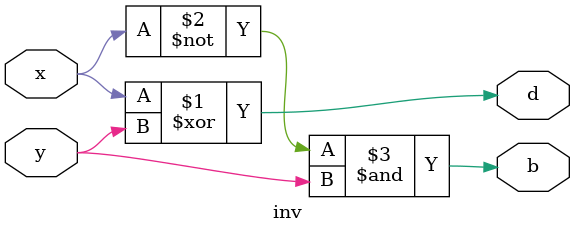
<source format=v>
`timescale 1ns / 1ps


module inv(
    input x, y,
    output d, b
);

assign d = x^y;
assign b = (~x)&y;

endmodule

</source>
